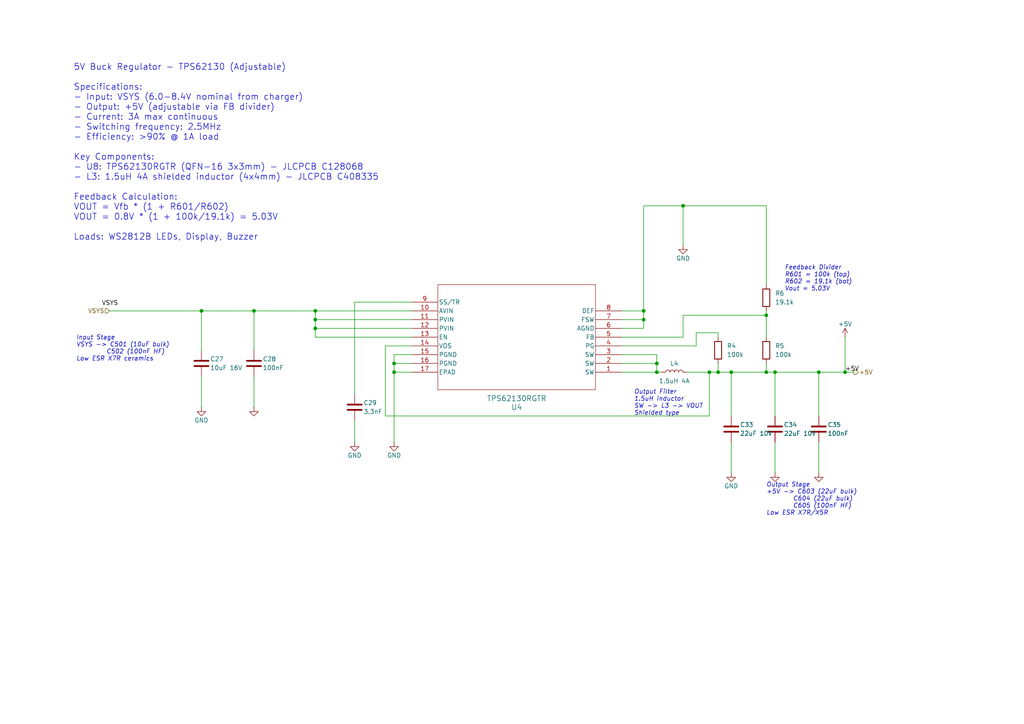
<source format=kicad_sch>
(kicad_sch (version 20250114) (generator "eeschema") (generator_version "9.0")
  (paper "A4")
  (title_block (title "Section 06: 5V Regulator") (date "2026-01-28") (rev "1.0") (company "IMSAFE Project") (comment 1 "TPS62130 3A Buck Regulator (Adjustable)") (comment 2 "5.0V @ 3A for LEDs, display, buzzer"))
  (lib_symbols
    (symbol "1_New_library:TPS62130RGTR" (pin_names (offset 0.254))
      (property "Reference" "U" (at 30.48 10.16 0))
      (property "Value" "TPS62130RGTR" (at 30.48 7.62 0))
      (symbol "TPS62130RGTR_0_1"
        (polyline (pts (xy 7.62 5.08) (xy 7.62 -25.4)) (stroke (width 0.127)))
        (polyline (pts (xy 7.62 -25.4) (xy 53.34 -25.4)) (stroke (width 0.127)))
        (polyline (pts (xy 53.34 5.08) (xy 7.62 5.08)) (stroke (width 0.127)))
        (polyline (pts (xy 53.34 -25.4) (xy 53.34 5.08)) (stroke (width 0.127)))
        (pin output line (at 0 0 0) (length 7.62) (name "SW") (number "1"))
        (pin output line (at 0 -2.54 0) (length 7.62) (name "SW") (number "2"))
        (pin output line (at 0 -5.08 0) (length 7.62) (name "SW") (number "3"))
        (pin output line (at 0 -7.62 0) (length 7.62) (name "PG") (number "4"))
        (pin input line (at 0 -10.16 0) (length 7.62) (name "FB") (number "5"))
        (pin power_in line (at 0 -12.7 0) (length 7.62) (name "AGND") (number "6"))
        (pin input line (at 0 -15.24 0) (length 7.62) (name "FSW") (number "7"))
        (pin input line (at 0 -17.78 0) (length 7.62) (name "DEF") (number "8"))
        (pin unspecified line (at 60.96 0 180) (length 7.62) (name "EPAD") (number "17"))
        (pin power_in line (at 60.96 -2.54 180) (length 7.62) (name "PGND") (number "16"))
        (pin power_in line (at 60.96 -5.08 180) (length 7.62) (name "PGND") (number "15"))
        (pin input line (at 60.96 -7.62 180) (length 7.62) (name "VOS") (number "14"))
        (pin input line (at 60.96 -10.16 180) (length 7.62) (name "EN") (number "13"))
        (pin input line (at 60.96 -12.7 180) (length 7.62) (name "PVIN") (number "12"))
        (pin input line (at 60.96 -15.24 180) (length 7.62) (name "PVIN") (number "11"))
        (pin input line (at 60.96 -17.78 180) (length 7.62) (name "AVIN") (number "10"))
        (pin input line (at 60.96 -20.32 180) (length 7.62) (name "SS/TR") (number "9"))
      )
    )
    (symbol "Device:C" (pin_numbers (hide yes)) (pin_names (offset 0.254))
      (property "Reference" "C" (at 0.635 2.54 0))
      (property "Value" "C" (at 0.635 -2.54 0))
      (symbol "C_0_1"
        (polyline (pts (xy -2.032 0.762) (xy 2.032 0.762)) (stroke (width 0.508)))
        (polyline (pts (xy -2.032 -0.762) (xy 2.032 -0.762)) (stroke (width 0.508)))
      )
      (symbol "C_1_1"
        (pin passive line (at 0 3.81 270) (length 2.794) (name "~") (number "1"))
        (pin passive line (at 0 -3.81 90) (length 2.794) (name "~") (number "2"))
      )
    )
    (symbol "Device:L" (pin_numbers (hide yes)) (pin_names (offset 1.016) (hide yes))
      (property "Reference" "L" (at -1.016 0 90))
      (property "Value" "L" (at 1.524 0 90))
      (symbol "L_0_1"
        (arc (start 0 2.54) (mid 0.6323 1.905) (end 0 1.27))
        (arc (start 0 1.27) (mid 0.6323 0.635) (end 0 0))
        (arc (start 0 0) (mid 0.6323 -0.635) (end 0 -1.27))
        (arc (start 0 -1.27) (mid 0.6323 -1.905) (end 0 -2.54))
      )
      (symbol "L_1_1"
        (pin passive line (at 0 3.81 270) (length 1.27) (name "1") (number "1"))
        (pin passive line (at 0 -3.81 90) (length 1.27) (name "2") (number "2"))
      )
    )
    (symbol "Device:R" (pin_numbers (hide yes)) (pin_names (offset 0))
      (property "Reference" "R" (at 2.032 0 90))
      (property "Value" "R" (at 0 0 90))
      (symbol "R_0_1"
        (rectangle (start -1.016 -2.54) (end 1.016 2.54) (stroke (width 0.254)))
      )
      (symbol "R_1_1"
        (pin passive line (at 0 3.81 270) (length 1.27) (name "~") (number "1"))
        (pin passive line (at 0 -3.81 90) (length 1.27) (name "~") (number "2"))
      )
    )
    (symbol "power:+5V" (power) (pin_numbers (hide yes)) (pin_names (offset 0) (hide yes))
      (property "Value" "+5V" (at 0 3.556 0))
      (symbol "+5V_0_1"
        (polyline (pts (xy -0.762 1.27) (xy 0 2.54)))
        (polyline (pts (xy 0 2.54) (xy 0.762 1.27)))
        (polyline (pts (xy 0 0) (xy 0 2.54)))
      )
      (symbol "+5V_1_1"
        (pin power_in line (at 0 0 90) (length 0) (name "+5V") (number "1"))
      )
    )
    (symbol "power:GND" (power) (pin_numbers (hide yes)) (pin_names (offset 0) (hide yes))
      (property "Value" "GND" (at 0 -3.81 0))
      (symbol "GND_0_1"
        (polyline (pts (xy 0 0) (xy 0 -1.27) (xy 1.27 -1.27) (xy 0 -2.54) (xy -1.27 -1.27) (xy 0 -1.27)))
      )
      (symbol "GND_1_1"
        (pin power_in line (at 0 0 270) (length 0) (name "GND") (number "1"))
      )
    )
    (symbol "power:PWR_FLAG" (power) (pin_numbers (hide yes)) (pin_names (offset 0) (hide yes))
      (property "Value" "PWR_FLAG" (at 0 3.81 0))
      (symbol "PWR_FLAG_0_0"
        (pin power_out line (at 0 0 90) (length 0) (name "pwr") (number "1"))
      )
      (symbol "PWR_FLAG_0_1"
        (polyline (pts (xy 0 0) (xy 0 1.27) (xy -1.016 1.905) (xy 0 2.54) (xy 1.016 1.905) (xy 0 1.27)))
      )
    )
  )
  (text "Output Stage\n+5V -> C603 (22uF bulk)\n        C604 (22uF bulk)\n        C605 (100nF HF)\nLow ESR X7R/X5R" (at 222.25 144.78 0) (effects (font (size 1.27 1.27) (italic yes)) (justify left)))
  (text "Output Filter\n1.5uH inductor\nSW -> L3 -> VOUT\nShielded type" (at 183.896 116.84 0) (effects (font (size 1.27 1.27) (italic yes)) (justify left)))
  (text "Input Stage\nVSYS -> C501 (10uF bulk)\n         C502 (100nF HF)\nLow ESR X7R ceramics" (at 22.098 101.092 0) (effects (font (size 1.27 1.27) (italic yes)) (justify left)))
  (text "5V Buck Regulator - TPS62130 (Adjustable)\n\nSpecifications:\n- Input: VSYS (6.0-8.4V nominal from charger)\n- Output: +5V (adjustable via FB divider)\n- Current: 3A max continuous\n- Switching frequency: 2.5MHz\n- Efficiency: >90% @ 1A load\n\nKey Components:\n- U8: TPS62130RGTR (QFN-16 3x3mm) - JLCPCB C128068\n- L3: 1.5uH 4A shielded inductor (4x4mm) - JLCPCB C408335\n\nFeedback Calculation:\nVOUT = Vfb * (1 + R601/R602)\nVOUT = 0.8V * (1 + 100k/19.1k) = 5.03V\n\nLoads: WS2812B LEDs, Display, Buzzer" (at 21.336 44.196 0) (effects (font (size 1.8 1.8)) (justify left)))
  (text "Feedback Divider\nR601 = 100k (top)\nR602 = 19.1k (bot)\nVout = 5.03V" (at 227.584 80.772 0) (effects (font (size 1.27 1.27) (italic yes)) (justify left)))
  (junction (at 186.69 90.17))
  (junction (at 91.44 95.25))
  (junction (at 245.11 107.95))
  (junction (at 237.49 107.95))
  (junction (at 114.3 105.41))
  (junction (at 58.42 90.17))
  (junction (at 205.74 107.95))
  (junction (at 212.09 107.95))
  (junction (at 224.79 107.95))
  (junction (at 73.66 90.17))
  (junction (at 222.25 91.44))
  (junction (at 198.12 59.69))
  (junction (at 91.44 90.17))
  (junction (at 190.5 107.95))
  (junction (at 222.25 107.95))
  (junction (at 114.3 107.95))
  (junction (at 208.28 107.95))
  (junction (at 190.5 105.41))
  (junction (at 91.44 92.71))
  (junction (at 186.69 92.71))
  (wire (pts (xy 186.69 90.17) (xy 186.69 59.69)))
  (wire (pts (xy 91.44 97.79) (xy 91.44 95.25)))
  (wire (pts (xy 73.66 90.17) (xy 73.66 101.6)))
  (wire (pts (xy 222.25 82.55) (xy 222.25 59.69)))
  (wire (pts (xy 114.3 105.41) (xy 119.38 105.41)))
  (wire (pts (xy 245.11 97.79) (xy 245.11 107.95)))
  (wire (pts (xy 212.09 128.27) (xy 212.09 137.16)))
  (wire (pts (xy 180.34 95.25) (xy 186.69 95.25)))
  (wire (pts (xy 180.34 102.87) (xy 190.5 102.87)))
  (wire (pts (xy 73.66 109.22) (xy 73.66 118.11)))
  (wire (pts (xy 212.09 107.95) (xy 222.25 107.95)))
  (wire (pts (xy 91.44 95.25) (xy 91.44 92.71)))
  (wire (pts (xy 58.42 109.22) (xy 58.42 118.11)))
  (wire (pts (xy 222.25 107.95) (xy 224.79 107.95)))
  (wire (pts (xy 114.3 105.41) (xy 114.3 107.95)))
  (wire (pts (xy 224.79 107.95) (xy 224.79 120.65)))
  (wire (pts (xy 186.69 92.71) (xy 186.69 90.17)))
  (wire (pts (xy 190.5 102.87) (xy 190.5 105.41)))
  (wire (pts (xy 224.79 107.95) (xy 237.49 107.95)))
  (wire (pts (xy 111.76 100.33) (xy 111.76 120.65)))
  (wire (pts (xy 201.93 96.52) (xy 208.28 96.52)))
  (wire (pts (xy 199.39 107.95) (xy 205.74 107.95)))
  (wire (pts (xy 119.38 102.87) (xy 114.3 102.87)))
  (wire (pts (xy 73.66 90.17) (xy 58.42 90.17)))
  (wire (pts (xy 245.11 107.95) (xy 247.65 107.95)))
  (wire (pts (xy 73.66 90.17) (xy 91.44 90.17)))
  (wire (pts (xy 180.34 97.79) (xy 198.12 97.79)))
  (wire (pts (xy 102.87 87.63) (xy 102.87 114.3)))
  (wire (pts (xy 114.3 107.95) (xy 119.38 107.95)))
  (wire (pts (xy 224.79 128.27) (xy 224.79 137.16)))
  (wire (pts (xy 119.38 95.25) (xy 91.44 95.25)))
  (wire (pts (xy 208.28 105.41) (xy 208.28 107.95)))
  (wire (pts (xy 186.69 59.69) (xy 198.12 59.69)))
  (wire (pts (xy 119.38 92.71) (xy 91.44 92.71)))
  (wire (pts (xy 237.49 128.27) (xy 237.49 137.16)))
  (wire (pts (xy 114.3 102.87) (xy 114.3 105.41)))
  (wire (pts (xy 58.42 90.17) (xy 31.75 90.17)))
  (wire (pts (xy 186.69 95.25) (xy 186.69 92.71)))
  (wire (pts (xy 237.49 107.95) (xy 245.11 107.95)))
  (wire (pts (xy 91.44 90.17) (xy 119.38 90.17)))
  (wire (pts (xy 222.25 59.69) (xy 198.12 59.69)))
  (wire (pts (xy 222.25 90.17) (xy 222.25 91.44)))
  (wire (pts (xy 114.3 107.95) (xy 114.3 128.27)))
  (wire (pts (xy 119.38 97.79) (xy 91.44 97.79)))
  (wire (pts (xy 180.34 105.41) (xy 190.5 105.41)))
  (wire (pts (xy 212.09 120.65) (xy 212.09 107.95)))
  (wire (pts (xy 119.38 100.33) (xy 111.76 100.33)))
  (wire (pts (xy 91.44 92.71) (xy 91.44 90.17)))
  (wire (pts (xy 198.12 91.44) (xy 222.25 91.44)))
  (wire (pts (xy 198.12 97.79) (xy 198.12 91.44)))
  (wire (pts (xy 180.34 100.33) (xy 201.93 100.33)))
  (wire (pts (xy 222.25 91.44) (xy 222.25 97.79)))
  (wire (pts (xy 205.74 107.95) (xy 208.28 107.95)))
  (wire (pts (xy 119.38 87.63) (xy 102.87 87.63)))
  (wire (pts (xy 111.76 120.65) (xy 205.74 120.65)))
  (wire (pts (xy 208.28 96.52) (xy 208.28 97.79)))
  (wire (pts (xy 237.49 107.95) (xy 237.49 120.65)))
  (wire (pts (xy 180.34 90.17) (xy 186.69 90.17)))
  (wire (pts (xy 180.34 107.95) (xy 190.5 107.95)))
  (wire (pts (xy 222.25 105.41) (xy 222.25 107.95)))
  (wire (pts (xy 201.93 100.33) (xy 201.93 96.52)))
  (wire (pts (xy 205.74 120.65) (xy 205.74 107.95)))
  (wire (pts (xy 102.87 121.92) (xy 102.87 128.27)))
  (wire (pts (xy 180.34 92.71) (xy 186.69 92.71)))
  (wire (pts (xy 208.28 107.95) (xy 212.09 107.95)))
  (wire (pts (xy 190.5 105.41) (xy 190.5 107.95)))
  (wire (pts (xy 190.5 107.95) (xy 191.77 107.95)))
  (wire (pts (xy 58.42 90.17) (xy 58.42 101.6)))
  (wire (pts (xy 198.12 59.69) (xy 198.12 71.12)))
  (label "+5V" (at 245.11 107.95 0))
  (label "VSYS" (at 34.29 88.9 180))
  (hierarchical_label "VSYS" (shape input) (at 31.75 90.17 180))
  (hierarchical_label "+5V" (shape output) (at 247.65 107.95 0))
  (symbol (lib_id "power:GND") (at 73.66 118.11 0) (unit 1)
    (property "Reference" "#PWR020" (effects (hide yes)))
    (property "Value" "GND" (effects (hide yes)))
  )
  (symbol (lib_id "Device:C") (at 58.42 105.41 0) (unit 1)
    (property "Reference" "C27" (at 60.96 104.14 0) (effects (justify left)))
    (property "Value" "10uF 16V" (at 60.96 106.68 0) (effects (justify left)))
    (property "Footprint" "Capacitor_SMD:C_0805_2012Metric" (effects (hide yes)))
    (property "JLCPCB" "C15850" (effects (hide yes)))
  )
  (symbol (lib_id "power:+5V") (at 245.11 97.79 0) (unit 1)
    (property "Reference" "#PWR030" (effects (hide yes)))
    (property "Value" "+5V" (at 245.11 93.98 0))
  )
  (symbol (lib_id "power:GND") (at 114.3 128.27 0) (unit 1)
    (property "Reference" "#PWR028" (effects (hide yes)))
    (property "Value" "GND" (at 114.3 132.08 0))
  )
  (symbol (lib_id "power:GND") (at 198.12 71.12 0) (unit 1)
    (property "Reference" "#PWR029" (effects (hide yes)))
    (property "Value" "GND" (at 198.12 74.93 0))
  )
  (symbol (lib_id "power:GND") (at 102.87 128.27 0) (unit 1)
    (property "Reference" "#PWR021" (effects (hide yes)))
    (property "Value" "GND" (at 102.87 132.08 0))
  )
  (symbol (lib_id "power:GND") (at 237.49 137.16 0) (unit 1)
    (property "Reference" "#PWR033" (effects (hide yes)))
    (property "Value" "GND" (effects (hide yes)))
  )
  (symbol (lib_id "Device:R") (at 222.25 86.36 0) (unit 1)
    (property "Reference" "R6" (at 224.79 85.09 0) (effects (justify left)))
    (property "Value" "19.1k" (at 224.79 87.63 0) (effects (justify left)))
    (property "Footprint" "Resistor_SMD:R_0603_1608Metric" (effects (hide yes)))
    (property "JLCPCB" "C25947" (effects (hide yes)))
  )
  (symbol (lib_id "power:GND") (at 212.09 137.16 0) (unit 1)
    (property "Reference" "#PWR031" (effects (hide yes)))
    (property "Value" "GND" (at 212.09 140.97 0))
  )
  (symbol (lib_id "Device:C") (at 102.87 118.11 0) (unit 1)
    (property "Reference" "C29" (at 105.41 116.84 0) (effects (justify left)))
    (property "Value" "3.3nF" (at 105.41 119.38 0) (effects (justify left)))
    (property "Footprint" "Capacitor_SMD:C_0603_1608Metric" (effects (hide yes)))
  )
  (symbol (lib_id "Device:C") (at 237.49 124.46 0) (unit 1)
    (property "Reference" "C35" (at 240.03 123.19 0) (effects (justify left)))
    (property "Value" "100nF" (at 240.03 125.73 0) (effects (justify left)))
    (property "Footprint" "Capacitor_SMD:C_0603_1608Metric" (effects (hide yes)))
    (property "JLCPCB" "C14663" (effects (hide yes)))
  )
  (symbol (lib_id "Device:C") (at 73.66 105.41 0) (unit 1)
    (property "Reference" "C28" (at 76.2 104.14 0) (effects (justify left)))
    (property "Value" "100nF" (at 76.2 106.68 0) (effects (justify left)))
    (property "Footprint" "Capacitor_SMD:C_0603_1608Metric" (effects (hide yes)))
    (property "JLCPCB" "C14663" (effects (hide yes)))
  )
  (symbol (lib_id "power:GND") (at 58.42 118.11 0) (unit 1)
    (property "Reference" "#PWR019" (effects (hide yes)))
    (property "Value" "GND" (at 58.42 121.92 0))
  )
  (symbol (lib_id "1_New_library:TPS62130RGTR") (at 180.34 107.95 180) (unit 1)
    (property "Reference" "U4" (at 149.86 118.11 0) (effects (font (size 1.524 1.524))))
    (property "Value" "TPS62130RGTR" (at 149.86 115.57 0) (effects (font (size 1.524 1.524))))
    (property "Footprint" "RGT16_1P7X1P7" (effects (hide yes)))
    (property "Datasheet" "https://www.ti.com/lit/gpn/tps62130" (effects (hide yes)))
  )
  (symbol (lib_id "Device:C") (at 212.09 124.46 0) (unit 1)
    (property "Reference" "C33" (at 214.63 123.19 0) (effects (justify left)))
    (property "Value" "22uF 10V" (at 214.63 125.73 0) (effects (justify left)))
    (property "Footprint" "Capacitor_SMD:C_0805_2012Metric" (effects (hide yes)))
    (property "JLCPCB" "C45783" (effects (hide yes)))
  )
  (symbol (lib_id "power:GND") (at 224.79 137.16 0) (unit 1)
    (property "Reference" "#PWR032" (effects (hide yes)))
    (property "Value" "GND" (effects (hide yes)))
  )
  (symbol (lib_id "Device:R") (at 222.25 101.6 0) (unit 1)
    (property "Reference" "R5" (at 224.79 100.33 0) (effects (justify left)))
    (property "Value" "100k" (at 224.79 102.87 0) (effects (justify left)))
    (property "Footprint" "Resistor_SMD:R_0603_1608Metric" (effects (hide yes)))
    (property "JLCPCB" "C25803" (effects (hide yes)))
  )
  (symbol (lib_id "Device:L") (at 195.58 107.95 90) (unit 1)
    (property "Reference" "L4" (at 195.58 105.41 90))
    (property "Value" "1.5uH 4A" (at 195.58 110.49 90))
    (property "Footprint" "Inductor_SMD:L_4x4mm_H2.5mm" (effects (hide yes)))
    (property "JLCPCB" "C408335" (effects (hide yes)))
  )
  (symbol (lib_id "Device:C") (at 224.79 124.46 0) (unit 1)
    (property "Reference" "C34" (at 227.33 123.19 0) (effects (justify left)))
    (property "Value" "22uF 10V" (at 227.33 125.73 0) (effects (justify left)))
    (property "Footprint" "Capacitor_SMD:C_0805_2012Metric" (effects (hide yes)))
    (property "JLCPCB" "C45783" (effects (hide yes)))
  )
  (symbol (lib_id "Device:R") (at 208.28 101.6 0) (unit 1)
    (property "Reference" "R4" (at 210.82 100.33 0) (effects (justify left)))
    (property "Value" "100k" (at 210.82 102.87 0) (effects (justify left)))
    (property "Footprint" "Resistor_SMD:R_0603_1608Metric" (effects (hide yes)))
    (property "JLCPCB" "C25803" (effects (hide yes)))
  )
)
</source>
